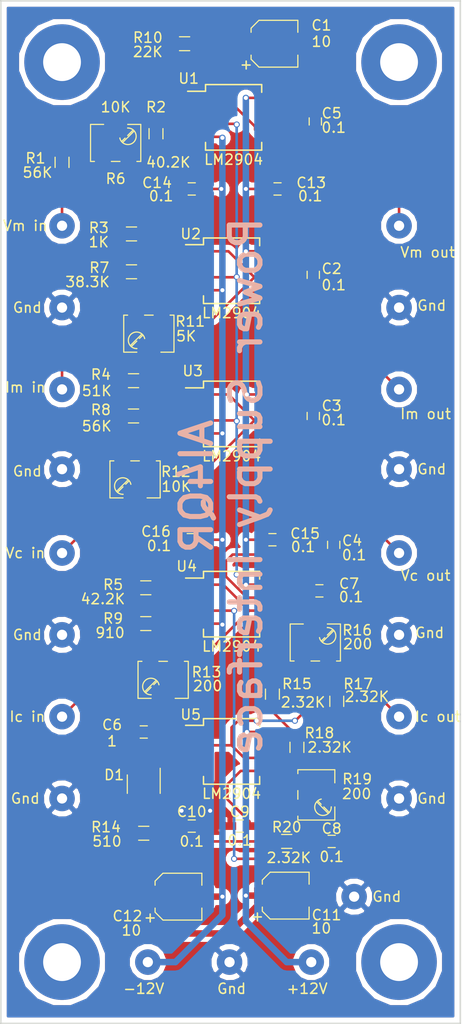
<source format=kicad_pcb>
(kicad_pcb (version 4) (host pcbnew 4.0.7-e2-6376~58~ubuntu16.04.1)
  (layers (0 F.Cu signal) (31 B.Cu signal) (34 B.Paste user) (35 F.Paste user) (36 B.SilkS user) (37 F.SilkS user) (38 B.Mask user) (39 F.Mask user) (44 Edge.Cuts user))
  (net 0 "")
  (net 1 "Net-(C1-Pad1)")
  (net 2 GND)
  (net 3 "Net-(C2-Pad1)")
  (net 4 "Net-(C3-Pad1)")
  (net 5 "Net-(C4-Pad1)")
  (net 6 "Net-(C5-Pad1)")
  (net 7 "Net-(C6-Pad1)")
  (net 8 VmBias)
  (net 9 ImBias)
  (net 10 /+2.5Vreference)
  (net 11 /-2.5Vreference)
  (net 12 +12V)
  (net 13 -12V)
  (net 14 "Net-(D1-Pad1)")
  (net 15 "Net-(D1-Pad2)")
  (net 16 "Net-(D1-Pad3)")
  (net 17 "Net-(J1-Pad1)")
  (net 18 "Net-(J3-Pad1)")
  (net 19 "Net-(J4-Pad1)")
  (net 20 "Net-(J5-Pad1)")
  (net 21 "Net-(R1-Pad1)")
  (net 22 "Net-(R2-Pad1)")
  (net 23 "Net-(R3-Pad1)")
  (net 24 "Net-(R4-Pad1)")
  (net 25 "Net-(R5-Pad1)")
  (net 26 "Net-(R10-Pad2)")
  (net 27 "Net-(R11-Pad3)")
  (net 28 "Net-(R12-Pad3)")
  (net 29 "Net-(R13-Pad3)")
  (net 30 "Net-(R11-Pad1)")
  (net 31 "Net-(R12-Pad1)")
  (net 32 "Net-(R13-Pad1)")
  (net 33 "Net-(R15-Pad2)")
  (net 34 "Net-(R16-Pad3)")
  (net 35 "Net-(R18-Pad2)")
  (net 36 "Net-(R19-Pad3)")
  (module Capacitors_SMD:CP_Elec_4x5.3 (layer F.Cu) (at 76.8 54.2)
    (fp_text reference C1 (at 4.6 -1.8) (layer F.SilkS))
    (fp_text value 10 (at 4.6 -0.2) (layer F.SilkS))
    (fp_text user + (at -2.77 2.01) (layer F.SilkS))
    (pad 1 smd rect (at -1.8 0 180) (size 2.6 1.6) (layers F.Cu F.Paste F.Mask) (net 1 "Net-(C1-Pad1)"))
    (pad 2 smd rect (at 1.8 0 180) (size 2.6 1.6) (layers F.Cu F.Paste F.Mask) (net 2 GND))
  )
  (module Capacitors_SMD:C_0603_HandSoldering (layer F.Cu) (at 80.6 76.8 90)
    (fp_text reference C2 (at 0.6 1.8 180) (layer F.SilkS))
    (fp_text value 0.1 (at -1 2 180) (layer F.SilkS))
    (pad 1 smd rect (at -0.95 0 90) (size 1.2 0.75) (layers F.Cu F.Paste F.Mask) (net 3 "Net-(C2-Pad1)"))
    (pad 2 smd rect (at 0.95 0 90) (size 1.2 0.75) (layers F.Cu F.Paste F.Mask) (net 2 GND))
  )
  (module Capacitors_SMD:C_0603_HandSoldering (layer F.Cu) (at 80.6 90.6 270)
    (fp_text reference C3 (at -1 -1.8 360) (layer F.SilkS))
    (fp_text value 0.1 (at 0.4 -2 360) (layer F.SilkS))
    (pad 1 smd rect (at -0.95 0 270) (size 1.2 0.75) (layers F.Cu F.Paste F.Mask) (net 4 "Net-(C3-Pad1)"))
    (pad 2 smd rect (at 0.95 0 270) (size 1.2 0.75) (layers F.Cu F.Paste F.Mask) (net 2 GND))
  )
  (module Capacitors_SMD:C_0603_HandSoldering (layer F.Cu) (at 82.6 103.2 90)
    (fp_text reference C4 (at 0.4 1.8 180) (layer F.SilkS))
    (fp_text value 0.1 (at -1 2 180) (layer F.SilkS))
    (pad 1 smd rect (at -0.95 0 90) (size 1.2 0.75) (layers F.Cu F.Paste F.Mask) (net 5 "Net-(C4-Pad1)"))
    (pad 2 smd rect (at 0.95 0 90) (size 1.2 0.75) (layers F.Cu F.Paste F.Mask) (net 2 GND))
  )
  (module Capacitors_SMD:C_0603_HandSoldering (layer F.Cu) (at 80.8 61.8 270)
    (fp_text reference C5 (at -0.8 -1.6 360) (layer F.SilkS))
    (fp_text value 0.1 (at 0.6 -1.8 360) (layer F.SilkS))
    (pad 1 smd rect (at -0.95 0 270) (size 1.2 0.75) (layers F.Cu F.Paste F.Mask) (net 6 "Net-(C5-Pad1)"))
    (pad 2 smd rect (at 0.95 0 270) (size 1.2 0.75) (layers F.Cu F.Paste F.Mask) (net 2 GND))
  )
  (module Capacitors_SMD:C_0603_HandSoldering (layer F.Cu) (at 64 121.5)
    (fp_text reference C6 (at -3.1 -0.7) (layer F.SilkS))
    (fp_text value 1 (at -3.1 0.9) (layer F.SilkS))
    (pad 1 smd rect (at -0.95 0) (size 1.2 0.75) (layers F.Cu F.Paste F.Mask) (net 7 "Net-(C6-Pad1)"))
    (pad 2 smd rect (at 0.95 0) (size 1.2 0.75) (layers F.Cu F.Paste F.Mask) (net 2 GND))
  )
  (module Capacitors_SMD:C_0603_HandSoldering (layer F.Cu) (at 81.2 107.7)
    (fp_text reference C7 (at 2.9 -0.7 180) (layer F.SilkS))
    (fp_text value 0.1 (at 3.1 0.6 180) (layer F.SilkS))
    (pad 1 smd rect (at -0.95 0) (size 1.2 0.75) (layers F.Cu F.Paste F.Mask) (net 8 VmBias))
    (pad 2 smd rect (at 0.95 0) (size 1.2 0.75) (layers F.Cu F.Paste F.Mask) (net 2 GND))
  )
  (module Capacitors_SMD:C_0603_HandSoldering (layer F.Cu) (at 82.4 132.2)
    (fp_text reference C8 (at 0 -1.25) (layer F.SilkS))
    (fp_text value 0.1 (at 0 1.5) (layer F.SilkS))
    (pad 1 smd rect (at -0.95 0) (size 1.2 0.75) (layers F.Cu F.Paste F.Mask) (net 9 ImBias))
    (pad 2 smd rect (at 0.95 0) (size 1.2 0.75) (layers F.Cu F.Paste F.Mask) (net 2 GND))
  )
  (module Capacitors_SMD:C_0603_HandSoldering (layer F.Cu) (at 73.4 130.7 180)
    (fp_text reference C9 (at 0 1.4 180) (layer F.SilkS))
    (fp_text value 0.1 (at 0 -1.4 180) (layer F.SilkS))
    (pad 1 smd rect (at -0.95 0 180) (size 1.2 0.75) (layers F.Cu F.Paste F.Mask) (net 10 /+2.5Vreference))
    (pad 2 smd rect (at 0.95 0 180) (size 1.2 0.75) (layers F.Cu F.Paste F.Mask) (net 2 GND))
  )
  (module Capacitors_SMD:C_0603_HandSoldering (layer F.Cu) (at 68.7 130.7)
    (fp_text reference C10 (at 0 -1.4) (layer F.SilkS))
    (fp_text value 0.1 (at 0 1.5) (layer F.SilkS))
    (pad 1 smd rect (at -0.95 0) (size 1.2 0.75) (layers F.Cu F.Paste F.Mask) (net 2 GND))
    (pad 2 smd rect (at 0.95 0) (size 1.2 0.75) (layers F.Cu F.Paste F.Mask) (net 11 /-2.5Vreference))
  )
  (module Capacitors_SMD:CP_Elec_4x5.3 (layer F.Cu) (at 77.9 137.5)
    (fp_text reference C11 (at 4 1.9) (layer F.SilkS))
    (fp_text value 10 (at 3.5 3.2) (layer F.SilkS))
    (fp_text user + (at -2.77 2.01) (layer F.SilkS))
    (pad 1 smd rect (at -1.8 0 180) (size 2.6 1.6) (layers F.Cu F.Paste F.Mask) (net 12 +12V))
    (pad 2 smd rect (at 1.8 0 180) (size 2.6 1.6) (layers F.Cu F.Paste F.Mask) (net 2 GND))
  )
  (module Capacitors_SMD:CP_Elec_4x5.3 (layer F.Cu) (at 67.4 137.6)
    (fp_text reference C12 (at -5 1.9) (layer F.SilkS))
    (fp_text value 10 (at -4.6 3.3) (layer F.SilkS))
    (fp_text user + (at -2.77 2.01) (layer F.SilkS))
    (pad 1 smd rect (at -1.8 0 180) (size 2.6 1.6) (layers F.Cu F.Paste F.Mask) (net 2 GND))
    (pad 2 smd rect (at 1.8 0 180) (size 2.6 1.6) (layers F.Cu F.Paste F.Mask) (net 13 -12V))
  )
  (module TO_SOT_Packages_SMD:SOT-23-5 (layer F.Cu) (at 64 126.6 270)
    (fp_text reference D1 (at -0.9 2.9 360) (layer F.SilkS))
    (fp_text value LM4030-2.5 hide)
    (pad 1 smd rect (at -1.1 -0.95 270) (size 1.06 0.65) (layers F.Cu F.Paste F.Mask) (net 14 "Net-(D1-Pad1)"))
    (pad 2 smd rect (at -1.1 0 270) (size 1.06 0.65) (layers F.Cu F.Paste F.Mask) (net 15 "Net-(D1-Pad2)"))
    (pad 3 smd rect (at -1.1 0.95 270) (size 1.06 0.65) (layers F.Cu F.Paste F.Mask) (net 16 "Net-(D1-Pad3)"))
    (pad 4 smd rect (at 1.1 0.95 270) (size 1.06 0.65) (layers F.Cu F.Paste F.Mask) (net 7 "Net-(C6-Pad1)"))
    (pad 5 smd rect (at 1.1 -0.95 270) (size 1.06 0.65) (layers F.Cu F.Paste F.Mask) (net 2 GND))
  )
  (module Wire_Pads:SolderWirePad_single_1mmDrill (layer F.Cu) (at 56 72)
    (fp_text reference J1 hide)
    (fp_text value "Vm in" (at -3.6 0) (layer F.SilkS))
    (pad 1 thru_hole circle (at 0 0) (size 2.49936 2.49936) (drill 1.00076) (layers *.Cu *.Mask) (net 17 "Net-(J1-Pad1)"))
  )
  (module Wire_Pads:SolderWirePad_single_1mmDrill (layer F.Cu) (at 72.4 144)
    (fp_text reference J2 hide)
    (fp_text value Gnd (at 0.2 2.6) (layer F.SilkS))
    (pad 1 thru_hole circle (at 0 0) (size 2.49936 2.49936) (drill 1.00076) (layers *.Cu *.Mask) (net 2 GND))
  )
  (module Wire_Pads:SolderWirePad_single_1mmDrill (layer F.Cu) (at 56 88)
    (fp_text reference J3 hide)
    (fp_text value "Im in" (at -3.6 -0.2) (layer F.SilkS))
    (pad 1 thru_hole circle (at 0 0) (size 2.49936 2.49936) (drill 1.00076) (layers *.Cu *.Mask) (net 18 "Net-(J3-Pad1)"))
  )
  (module Wire_Pads:SolderWirePad_single_1mmDrill (layer F.Cu) (at 56 104)
    (fp_text reference J4 hide)
    (fp_text value "Vc in" (at -3.6 0) (layer F.SilkS))
    (pad 1 thru_hole circle (at 0 0) (size 2.49936 2.49936) (drill 1.00076) (layers *.Cu *.Mask) (net 19 "Net-(J4-Pad1)"))
  )
  (module Wire_Pads:SolderWirePad_single_1mmDrill (layer F.Cu) (at 56 120)
    (fp_text reference J5 hide)
    (fp_text value "Ic in" (at -3.4 0) (layer F.SilkS))
    (pad 1 thru_hole circle (at 0 0) (size 2.49936 2.49936) (drill 1.00076) (layers *.Cu *.Mask) (net 20 "Net-(J5-Pad1)"))
  )
  (module Wire_Pads:SolderWirePad_single_1mmDrill (layer F.Cu) (at 89 88)
    (fp_text reference J6 hide)
    (fp_text value "Im out" (at 2.6 2.4) (layer F.SilkS))
    (pad 1 thru_hole circle (at 0 0) (size 2.49936 2.49936) (drill 1.00076) (layers *.Cu *.Mask) (net 3 "Net-(C2-Pad1)"))
  )
  (module Wire_Pads:SolderWirePad_single_1mmDrill (layer F.Cu) (at 89 104)
    (fp_text reference J7 hide)
    (fp_text value "Vc out" (at 2.6 2.2) (layer F.SilkS))
    (pad 1 thru_hole circle (at 0 0) (size 2.49936 2.49936) (drill 1.00076) (layers *.Cu *.Mask) (net 4 "Net-(C3-Pad1)"))
  )
  (module Wire_Pads:SolderWirePad_single_1mmDrill (layer F.Cu) (at 89 120)
    (fp_text reference J8 hide)
    (fp_text value "Ic out" (at 3.8 0) (layer F.SilkS))
    (pad 1 thru_hole circle (at 0 0) (size 2.49936 2.49936) (drill 1.00076) (layers *.Cu *.Mask) (net 5 "Net-(C4-Pad1)"))
  )
  (module Wire_Pads:SolderWirePad_single_1mmDrill (layer F.Cu) (at 89 72)
    (fp_text reference J9 hide)
    (fp_text value "Vm out" (at 2.8 2.6) (layer F.SilkS))
    (pad 1 thru_hole circle (at 0 0) (size 2.49936 2.49936) (drill 1.00076) (layers *.Cu *.Mask) (net 6 "Net-(C5-Pad1)"))
  )
  (module Wire_Pads:SolderWirePad_single_1mmDrill (layer F.Cu) (at 84.6 137.6)
    (fp_text reference J10 hide)
    (fp_text value Gnd (at 3.2 0) (layer F.SilkS))
    (pad 1 thru_hole circle (at 0 0) (size 2.49936 2.49936) (drill 1.00076) (layers *.Cu *.Mask) (net 2 GND))
  )
  (module Wire_Pads:SolderWirePad_single_1mmDrill (layer F.Cu) (at 56 80)
    (fp_text reference J11 hide)
    (fp_text value Gnd (at -3.4 0) (layer F.SilkS))
    (pad 1 thru_hole circle (at 0 0) (size 2.49936 2.49936) (drill 1.00076) (layers *.Cu *.Mask) (net 2 GND))
  )
  (module Wire_Pads:SolderWirePad_single_1mmDrill (layer F.Cu) (at 89 80)
    (fp_text reference J12 hide)
    (fp_text value Gnd (at 3.2 -0.2) (layer F.SilkS))
    (pad 1 thru_hole circle (at 0 0) (size 2.49936 2.49936) (drill 1.00076) (layers *.Cu *.Mask) (net 2 GND))
  )
  (module Wire_Pads:SolderWirePad_single_1mmDrill (layer F.Cu) (at 56 95.8)
    (fp_text reference J13 hide)
    (fp_text value Gnd (at -3.4 0.2) (layer F.SilkS))
    (pad 1 thru_hole circle (at 0 0) (size 2.49936 2.49936) (drill 1.00076) (layers *.Cu *.Mask) (net 2 GND))
  )
  (module Wire_Pads:SolderWirePad_single_1mmDrill (layer F.Cu) (at 89 95.8)
    (fp_text reference J14 hide)
    (fp_text value Gnd (at 3.2 0) (layer F.SilkS))
    (pad 1 thru_hole circle (at 0 0) (size 2.49936 2.49936) (drill 1.00076) (layers *.Cu *.Mask) (net 2 GND))
  )
  (module Wire_Pads:SolderWirePad_single_1mmDrill (layer F.Cu) (at 56 112)
    (fp_text reference J15 hide)
    (fp_text value Gnd (at -3.4 0) (layer F.SilkS))
    (pad 1 thru_hole circle (at 0 0) (size 2.49936 2.49936) (drill 1.00076) (layers *.Cu *.Mask) (net 2 GND))
  )
  (module Wire_Pads:SolderWirePad_single_1mmDrill (layer F.Cu) (at 89 112)
    (fp_text reference J16 hide)
    (fp_text value Gnd (at 3 -0.2) (layer F.SilkS))
    (pad 1 thru_hole circle (at 0 0) (size 2.49936 2.49936) (drill 1.00076) (layers *.Cu *.Mask) (net 2 GND))
  )
  (module Wire_Pads:SolderWirePad_single_1mmDrill (layer F.Cu) (at 56 128)
    (fp_text reference J17 hide)
    (fp_text value Gnd (at -3.6 0) (layer F.SilkS))
    (pad 1 thru_hole circle (at 0 0) (size 2.49936 2.49936) (drill 1.00076) (layers *.Cu *.Mask) (net 2 GND))
  )
  (module Wire_Pads:SolderWirePad_single_1mmDrill (layer F.Cu) (at 80.4 144)
    (fp_text reference J18 hide)
    (fp_text value +12V (at -0.4 2.6) (layer F.SilkS))
    (pad 1 thru_hole circle (at 0 0) (size 2.49936 2.49936) (drill 1.00076) (layers *.Cu *.Mask) (net 12 +12V))
  )
  (module Wire_Pads:SolderWirePad_single_1mmDrill (layer F.Cu) (at 64.4 144)
    (fp_text reference J19 hide)
    (fp_text value -12V (at -0.4 2.6) (layer F.SilkS))
    (pad 1 thru_hole circle (at 0 0) (size 2.49936 2.49936) (drill 1.00076) (layers *.Cu *.Mask) (net 13 -12V))
  )
  (module Resistors_SMD:R_0603_HandSoldering (layer F.Cu) (at 56 65.8 270)
    (fp_text reference R1 (at -0.4 2.6 360) (layer F.SilkS))
    (fp_text value 56K (at 1 2.4 360) (layer F.SilkS))
    (pad 1 smd rect (at -1.1 0 270) (size 1.2 0.9) (layers F.Cu F.Paste F.Mask) (net 21 "Net-(R1-Pad1)"))
    (pad 2 smd rect (at 1.1 0 270) (size 1.2 0.9) (layers F.Cu F.Paste F.Mask) (net 17 "Net-(J1-Pad1)"))
  )
  (module Resistors_SMD:R_0603_HandSoldering (layer F.Cu) (at 65.2 63 90)
    (fp_text reference R2 (at 2.6 0 180) (layer F.SilkS))
    (fp_text value 40.2K (at -2.8 1.2 180) (layer F.SilkS))
    (pad 1 smd rect (at -1.1 0 90) (size 1.2 0.9) (layers F.Cu F.Paste F.Mask) (net 22 "Net-(R2-Pad1)"))
    (pad 2 smd rect (at 1.1 0 90) (size 1.2 0.9) (layers F.Cu F.Paste F.Mask) (net 21 "Net-(R1-Pad1)"))
  )
  (module Resistors_SMD:R_0603_HandSoldering (layer F.Cu) (at 62.8 72.8 180)
    (fp_text reference R3 (at 3.2 0.6 180) (layer F.SilkS))
    (fp_text value 1K (at 3.2 -0.8 180) (layer F.SilkS))
    (pad 1 smd rect (at -1.1 0 180) (size 1.2 0.9) (layers F.Cu F.Paste F.Mask) (net 23 "Net-(R3-Pad1)"))
    (pad 2 smd rect (at 1.1 0 180) (size 1.2 0.9) (layers F.Cu F.Paste F.Mask) (net 18 "Net-(J3-Pad1)"))
  )
  (module Resistors_SMD:R_0603_HandSoldering (layer F.Cu) (at 63 87.15 180)
    (fp_text reference R4 (at 3.2 0.6 180) (layer F.SilkS))
    (fp_text value 51K (at 3.6 -1 180) (layer F.SilkS))
    (pad 1 smd rect (at -1.1 0 180) (size 1.2 0.9) (layers F.Cu F.Paste F.Mask) (net 24 "Net-(R4-Pad1)"))
    (pad 2 smd rect (at 1.1 0 180) (size 1.2 0.9) (layers F.Cu F.Paste F.Mask) (net 19 "Net-(J4-Pad1)"))
  )
  (module Resistors_SMD:R_0603_HandSoldering (layer F.Cu) (at 64.2 107.4 180)
    (fp_text reference R5 (at 3.2 0.3 180) (layer F.SilkS))
    (fp_text value 42.2K (at 4.2 -1.1 180) (layer F.SilkS))
    (pad 1 smd rect (at -1.1 0 180) (size 1.2 0.9) (layers F.Cu F.Paste F.Mask) (net 25 "Net-(R5-Pad1)"))
    (pad 2 smd rect (at 1.1 0 180) (size 1.2 0.9) (layers F.Cu F.Paste F.Mask) (net 20 "Net-(J5-Pad1)"))
  )
  (module Resistors_SMD:R_0603_HandSoldering (layer F.Cu) (at 62.8 76.5)
    (fp_text reference R7 (at -3.15 -0.4) (layer F.SilkS))
    (fp_text value 38.3K (at -4.3 1) (layer F.SilkS))
    (pad 1 smd rect (at -1.1 0) (size 1.2 0.9) (layers F.Cu F.Paste F.Mask) (net 27 "Net-(R11-Pad3)"))
    (pad 2 smd rect (at 1.1 0) (size 1.2 0.9) (layers F.Cu F.Paste F.Mask) (net 23 "Net-(R3-Pad1)"))
  )
  (module Resistors_SMD:R_0603_HandSoldering (layer F.Cu) (at 63 90.6)
    (fp_text reference R8 (at -3.2 -0.6) (layer F.SilkS))
    (fp_text value 56K (at -3.6 1) (layer F.SilkS))
    (pad 1 smd rect (at -1.1 0) (size 1.2 0.9) (layers F.Cu F.Paste F.Mask) (net 28 "Net-(R12-Pad3)"))
    (pad 2 smd rect (at 1.1 0) (size 1.2 0.9) (layers F.Cu F.Paste F.Mask) (net 24 "Net-(R4-Pad1)"))
  )
  (module Resistors_SMD:R_0603_HandSoldering (layer F.Cu) (at 64.2 110.9)
    (fp_text reference R9 (at -3.2 -0.5) (layer F.SilkS))
    (fp_text value 910 (at -3.5 0.9) (layer F.SilkS))
    (pad 1 smd rect (at -1.1 0) (size 1.2 0.9) (layers F.Cu F.Paste F.Mask) (net 29 "Net-(R13-Pad3)"))
    (pad 2 smd rect (at 1.1 0) (size 1.2 0.9) (layers F.Cu F.Paste F.Mask) (net 25 "Net-(R5-Pad1)"))
  )
  (module Resistors_SMD:R_0603_HandSoldering (layer F.Cu) (at 68 54.2 180)
    (fp_text reference R10 (at 3.6 0.6 180) (layer F.SilkS))
    (fp_text value 22K (at 3.6 -0.8 180) (layer F.SilkS))
    (pad 1 smd rect (at -1.1 0 180) (size 1.2 0.9) (layers F.Cu F.Paste F.Mask) (net 1 "Net-(C1-Pad1)"))
    (pad 2 smd rect (at 1.1 0 180) (size 1.2 0.9) (layers F.Cu F.Paste F.Mask) (net 26 "Net-(R10-Pad2)"))
  )
  (module Resistors_SMD:R_0603_HandSoldering (layer F.Cu) (at 64 131.4 180)
    (fp_text reference R14 (at 3.7 0.6 180) (layer F.SilkS))
    (fp_text value 510 (at 3.6 -0.8 180) (layer F.SilkS))
    (pad 1 smd rect (at -1.1 0 180) (size 1.2 0.9) (layers F.Cu F.Paste F.Mask) (net 12 +12V))
    (pad 2 smd rect (at 1.1 0 180) (size 1.2 0.9) (layers F.Cu F.Paste F.Mask) (net 7 "Net-(C6-Pad1)"))
  )
  (module Resistors_SMD:R_0603_HandSoldering (layer F.Cu) (at 76.6 117.8 90)
    (fp_text reference R15 (at 1 2.4 180) (layer F.SilkS))
    (fp_text value 2.32K (at -0.8 3 180) (layer F.SilkS))
    (pad 1 smd rect (at -1.1 0 90) (size 1.2 0.9) (layers F.Cu F.Paste F.Mask) (net 10 /+2.5Vreference))
    (pad 2 smd rect (at 1.1 0 90) (size 1.2 0.9) (layers F.Cu F.Paste F.Mask) (net 33 "Net-(R15-Pad2)"))
  )
  (module Resistors_SMD:R_0603_HandSoldering (layer F.Cu) (at 82.9 118.5 270)
    (fp_text reference R17 (at -1.7 -2.1 360) (layer F.SilkS))
    (fp_text value 2.32K (at -0.45 -2.95 360) (layer F.SilkS))
    (pad 1 smd rect (at -1.1 0 270) (size 1.2 0.9) (layers F.Cu F.Paste F.Mask) (net 34 "Net-(R16-Pad3)"))
    (pad 2 smd rect (at 1.1 0 270) (size 1.2 0.9) (layers F.Cu F.Paste F.Mask) (net 11 /-2.5Vreference))
  )
  (module Resistors_SMD:R_0603_HandSoldering (layer F.Cu) (at 79 123 270)
    (fp_text reference R18 (at -1.4 -2.2 360) (layer F.SilkS))
    (fp_text value 2.32K (at 0 -3.2 360) (layer F.SilkS))
    (pad 1 smd rect (at -1.1 0 270) (size 1.2 0.9) (layers F.Cu F.Paste F.Mask) (net 10 /+2.5Vreference))
    (pad 2 smd rect (at 1.1 0 270) (size 1.2 0.9) (layers F.Cu F.Paste F.Mask) (net 35 "Net-(R18-Pad2)"))
  )
  (module Resistors_SMD:R_0603_HandSoldering (layer F.Cu) (at 78 132.2 180)
    (fp_text reference R20 (at 0 1.4 180) (layer F.SilkS))
    (fp_text value 2.32K (at -0.2 -1.6 180) (layer F.SilkS))
    (pad 1 smd rect (at -1.1 0 180) (size 1.2 0.9) (layers F.Cu F.Paste F.Mask) (net 36 "Net-(R19-Pad3)"))
    (pad 2 smd rect (at 1.1 0 180) (size 1.2 0.9) (layers F.Cu F.Paste F.Mask) (net 11 /-2.5Vreference))
  )
  (module Housings_SOIC:SO-8_5.3x6.2mm_Pitch1.27mm (layer F.Cu) (at 72.8 61.4)
    (fp_text reference U1 (at -4.4 -3.8) (layer F.SilkS))
    (fp_text value LM2904 (at 0 4.13) (layer F.SilkS))
    (pad 1 smd rect (at -3.7 -1.905) (size 1.75 0.55) (layers F.Cu F.Paste F.Mask) (net 26 "Net-(R10-Pad2)"))
    (pad 2 smd rect (at -3.7 -0.635) (size 1.75 0.55) (layers F.Cu F.Paste F.Mask) (net 21 "Net-(R1-Pad1)"))
    (pad 3 smd rect (at -3.7 0.635) (size 1.75 0.55) (layers F.Cu F.Paste F.Mask) (net 8 VmBias))
    (pad 4 smd rect (at -3.7 1.905) (size 1.75 0.55) (layers F.Cu F.Paste F.Mask) (net 13 -12V))
    (pad 5 smd rect (at 3.7 1.905) (size 1.75 0.55) (layers F.Cu F.Paste F.Mask) (net 1 "Net-(C1-Pad1)"))
    (pad 6 smd rect (at 3.7 0.635) (size 1.75 0.55) (layers F.Cu F.Paste F.Mask) (net 6 "Net-(C5-Pad1)"))
    (pad 7 smd rect (at 3.7 -0.635) (size 1.75 0.55) (layers F.Cu F.Paste F.Mask) (net 6 "Net-(C5-Pad1)"))
    (pad 8 smd rect (at 3.7 -1.905) (size 1.75 0.55) (layers F.Cu F.Paste F.Mask) (net 12 +12V))
  )
  (module Housings_SOIC:SO-8_5.3x6.2mm_Pitch1.27mm (layer F.Cu) (at 72.6 76.4)
    (fp_text reference U2 (at -4 -3.6) (layer F.SilkS))
    (fp_text value LM2904 (at 0 4.13) (layer F.SilkS))
    (pad 1 smd rect (at -3.7 -1.905) (size 1.75 0.55) (layers F.Cu F.Paste F.Mask) (net 30 "Net-(R11-Pad1)"))
    (pad 2 smd rect (at -3.7 -0.635) (size 1.75 0.55) (layers F.Cu F.Paste F.Mask) (net 23 "Net-(R3-Pad1)"))
    (pad 3 smd rect (at -3.7 0.635) (size 1.75 0.55) (layers F.Cu F.Paste F.Mask) (net 8 VmBias))
    (pad 4 smd rect (at -3.7 1.905) (size 1.75 0.55) (layers F.Cu F.Paste F.Mask) (net 13 -12V))
    (pad 5 smd rect (at 3.7 1.905) (size 1.75 0.55) (layers F.Cu F.Paste F.Mask) (net 3 "Net-(C2-Pad1)"))
    (pad 6 smd rect (at 3.7 0.635) (size 1.75 0.55) (layers F.Cu F.Paste F.Mask) (net 30 "Net-(R11-Pad1)"))
    (pad 7 smd rect (at 3.7 -0.635) (size 1.75 0.55) (layers F.Cu F.Paste F.Mask) (net 3 "Net-(C2-Pad1)"))
    (pad 8 smd rect (at 3.7 -1.905) (size 1.75 0.55) (layers F.Cu F.Paste F.Mask) (net 12 +12V))
  )
  (module Housings_SOIC:SO-8_5.3x6.2mm_Pitch1.27mm (layer F.Cu) (at 72.6 90.4)
    (fp_text reference U3 (at -3.8 -4.2) (layer F.SilkS))
    (fp_text value LM2904 (at 0 4.13) (layer F.SilkS))
    (pad 1 smd rect (at -3.7 -1.905) (size 1.75 0.55) (layers F.Cu F.Paste F.Mask) (net 31 "Net-(R12-Pad1)"))
    (pad 2 smd rect (at -3.7 -0.635) (size 1.75 0.55) (layers F.Cu F.Paste F.Mask) (net 24 "Net-(R4-Pad1)"))
    (pad 3 smd rect (at -3.7 0.635) (size 1.75 0.55) (layers F.Cu F.Paste F.Mask) (net 8 VmBias))
    (pad 4 smd rect (at -3.7 1.905) (size 1.75 0.55) (layers F.Cu F.Paste F.Mask) (net 13 -12V))
    (pad 5 smd rect (at 3.7 1.905) (size 1.75 0.55) (layers F.Cu F.Paste F.Mask) (net 4 "Net-(C3-Pad1)"))
    (pad 6 smd rect (at 3.7 0.635) (size 1.75 0.55) (layers F.Cu F.Paste F.Mask) (net 31 "Net-(R12-Pad1)"))
    (pad 7 smd rect (at 3.7 -0.635) (size 1.75 0.55) (layers F.Cu F.Paste F.Mask) (net 4 "Net-(C3-Pad1)"))
    (pad 8 smd rect (at 3.7 -1.905) (size 1.75 0.55) (layers F.Cu F.Paste F.Mask) (net 12 +12V))
  )
  (module Housings_SOIC:SO-8_5.3x6.2mm_Pitch1.27mm (layer F.Cu) (at 72.6 109)
    (fp_text reference U4 (at -4.4 -3.7) (layer F.SilkS))
    (fp_text value LM2904 (at 0 4.13) (layer F.SilkS))
    (pad 1 smd rect (at -3.7 -1.905) (size 1.75 0.55) (layers F.Cu F.Paste F.Mask) (net 32 "Net-(R13-Pad1)"))
    (pad 2 smd rect (at -3.7 -0.635) (size 1.75 0.55) (layers F.Cu F.Paste F.Mask) (net 25 "Net-(R5-Pad1)"))
    (pad 3 smd rect (at -3.7 0.635) (size 1.75 0.55) (layers F.Cu F.Paste F.Mask) (net 9 ImBias))
    (pad 4 smd rect (at -3.7 1.905) (size 1.75 0.55) (layers F.Cu F.Paste F.Mask) (net 13 -12V))
    (pad 5 smd rect (at 3.7 1.905) (size 1.75 0.55) (layers F.Cu F.Paste F.Mask) (net 5 "Net-(C4-Pad1)"))
    (pad 6 smd rect (at 3.7 0.635) (size 1.75 0.55) (layers F.Cu F.Paste F.Mask) (net 32 "Net-(R13-Pad1)"))
    (pad 7 smd rect (at 3.7 -0.635) (size 1.75 0.55) (layers F.Cu F.Paste F.Mask) (net 5 "Net-(C4-Pad1)"))
    (pad 8 smd rect (at 3.7 -1.905) (size 1.75 0.55) (layers F.Cu F.Paste F.Mask) (net 12 +12V))
  )
  (module Housings_SOIC:SO-8_5.3x6.2mm_Pitch1.27mm (layer F.Cu) (at 72.6 123.4)
    (fp_text reference U5 (at -4 -3.6) (layer F.SilkS))
    (fp_text value LM2904 (at 0 4.13) (layer F.SilkS))
    (pad 1 smd rect (at -3.7 -1.905) (size 1.75 0.55) (layers F.Cu F.Paste F.Mask) (net 11 /-2.5Vreference))
    (pad 2 smd rect (at -3.7 -0.635) (size 1.75 0.55) (layers F.Cu F.Paste F.Mask) (net 11 /-2.5Vreference))
    (pad 3 smd rect (at -3.7 0.635) (size 1.75 0.55) (layers F.Cu F.Paste F.Mask) (net 7 "Net-(C6-Pad1)"))
    (pad 4 smd rect (at -3.7 1.905) (size 1.75 0.55) (layers F.Cu F.Paste F.Mask) (net 2 GND))
    (pad 5 smd rect (at 3.7 1.905) (size 1.75 0.55) (layers F.Cu F.Paste F.Mask) (net 10 /+2.5Vreference))
    (pad 6 smd rect (at 3.7 0.635) (size 1.75 0.55) (layers F.Cu F.Paste F.Mask) (net 11 /-2.5Vreference))
    (pad 7 smd rect (at 3.7 -0.635) (size 1.75 0.55) (layers F.Cu F.Paste F.Mask) (net 10 /+2.5Vreference))
    (pad 8 smd rect (at 3.7 -1.905) (size 1.75 0.55) (layers F.Cu F.Paste F.Mask) (net 12 +12V))
  )
  (module Wire_Pads:SolderWirePad_single_1mmDrill (layer F.Cu) (at 89 128)
    (fp_text reference J20 hide)
    (fp_text value Gnd (at 3.2 0) (layer F.SilkS))
    (pad 1 thru_hole circle (at 0 0) (size 2.49936 2.49936) (drill 1.00076) (layers *.Cu *.Mask) (net 2 GND))
  )
  (module Mounting_Holes:MountingHole_3.7mm_Pad (layer F.Cu) (at 89 56)
    (fp_text reference REF** hide)
    (fp_text value MountingHole_3.7mm_Pad hide)
    (pad 1 thru_hole circle (at 0 0) (size 7.4 7.4) (drill 3.7) (layers *.Cu *.Mask))
  )
  (module Mounting_Holes:MountingHole_3.7mm_Pad (layer F.Cu) (at 56 56)
    (fp_text reference REF** hide)
    (fp_text value MountingHole_3.7mm_Pad hide)
    (pad 1 thru_hole circle (at 0 0) (size 7.4 7.4) (drill 3.7) (layers *.Cu *.Mask))
  )
  (module Mounting_Holes:MountingHole_3.7mm_Pad (layer F.Cu) (at 89 144)
    (fp_text reference REF** hide)
    (fp_text value MountingHole_3.7mm_Pad hide)
    (pad 1 thru_hole circle (at 0 0) (size 7.4 7.4) (drill 3.7) (layers *.Cu *.Mask))
  )
  (module Mounting_Holes:MountingHole_3.7mm_Pad (layer F.Cu) (at 56 144)
    (fp_text reference REF** hide)
    (fp_text value MountingHole_3.7mm_Pad hide)
    (pad 1 thru_hole circle (at 0 0) (size 7.4 7.4) (drill 3.7) (layers *.Cu *.Mask))
  )
  (module Capacitors_SMD:C_0603_HandSoldering (layer F.Cu) (at 77.1 68.4)
    (fp_text reference C13 (at 3.3 -0.6) (layer F.SilkS))
    (fp_text value 0.1 (at 3.2 0.7) (layer F.SilkS))
    (pad 1 smd rect (at -0.95 0) (size 1.2 0.75) (layers F.Cu F.Paste F.Mask) (net 12 +12V))
    (pad 2 smd rect (at 0.95 0) (size 1.2 0.75) (layers F.Cu F.Paste F.Mask) (net 2 GND))
  )
  (module Capacitors_SMD:C_0603_HandSoldering (layer F.Cu) (at 68.7 68.4)
    (fp_text reference C14 (at -3.4 -0.6) (layer F.SilkS))
    (fp_text value 0.1 (at -3 0.7) (layer F.SilkS))
    (pad 1 smd rect (at -0.95 0) (size 1.2 0.75) (layers F.Cu F.Paste F.Mask) (net 2 GND))
    (pad 2 smd rect (at 0.95 0) (size 1.2 0.75) (layers F.Cu F.Paste F.Mask) (net 13 -12V))
  )
  (module Capacitors_SMD:C_0603_HandSoldering (layer F.Cu) (at 76.6 102.7)
    (fp_text reference C15 (at 3.2 -0.6) (layer F.SilkS))
    (fp_text value 0.1 (at 3 0.7) (layer F.SilkS))
    (pad 1 smd rect (at -0.95 0) (size 1.2 0.75) (layers F.Cu F.Paste F.Mask) (net 12 +12V))
    (pad 2 smd rect (at 0.95 0) (size 1.2 0.75) (layers F.Cu F.Paste F.Mask) (net 2 GND))
  )
  (module Capacitors_SMD:C_0603_HandSoldering (layer F.Cu) (at 68.6 102.7)
    (fp_text reference C16 (at -3.4 -0.8) (layer F.SilkS))
    (fp_text value 0.1 (at -3.1 0.6) (layer F.SilkS))
    (pad 1 smd rect (at -0.95 0) (size 1.2 0.75) (layers F.Cu F.Paste F.Mask) (net 2 GND))
    (pad 2 smd rect (at 0.95 0) (size 1.2 0.75) (layers F.Cu F.Paste F.Mask) (net 13 -12V))
  )
  (module Potentiometers:Potentiometer_Trimmer_Bourns_3224W (layer F.Cu) (at 61.25 63.9 180)
    (fp_text reference R6 (at 0 -3.5 180) (layer F.SilkS))
    (fp_text value 10K (at 0 3.5 180) (layer F.SilkS))
    (pad 1 smd rect (at 1.25 -1.45 180) (size 1.3 1.6) (layers F.Cu F.Mask) (net 26 "Net-(R10-Pad2)"))
    (pad 2 smd rect (at 0 1.45 180) (size 2 1.6) (layers F.Cu F.Mask) (net 26 "Net-(R10-Pad2)"))
    (pad 3 smd rect (at -1.25 -1.45 180) (size 1.3 1.6) (layers F.Cu F.Mask) (net 22 "Net-(R2-Pad1)"))
  )
  (module Potentiometers:Potentiometer_Trimmer_Bourns_3224W (layer F.Cu) (at 64.5 82.55)
    (fp_text reference R11 (at 4.05 -1.2) (layer F.SilkS))
    (fp_text value 5K (at 3.65 0.25) (layer F.SilkS))
    (pad 1 smd rect (at 1.25 -1.45) (size 1.3 1.6) (layers F.Cu F.Mask) (net 30 "Net-(R11-Pad1)"))
    (pad 2 smd rect (at 0 1.45) (size 2 1.6) (layers F.Cu F.Mask) (net 30 "Net-(R11-Pad1)"))
    (pad 3 smd rect (at -1.25 -1.45) (size 1.3 1.6) (layers F.Cu F.Mask) (net 27 "Net-(R11-Pad3)"))
  )
  (module Potentiometers:Potentiometer_Trimmer_Bourns_3224W (layer F.Cu) (at 63.15 96.8)
    (fp_text reference R12 (at 4 -0.75) (layer F.SilkS))
    (fp_text value 10K (at 4.05 0.7) (layer F.SilkS))
    (pad 1 smd rect (at 1.25 -1.45) (size 1.3 1.6) (layers F.Cu F.Mask) (net 31 "Net-(R12-Pad1)"))
    (pad 2 smd rect (at 0 1.45) (size 2 1.6) (layers F.Cu F.Mask) (net 31 "Net-(R12-Pad1)"))
    (pad 3 smd rect (at -1.25 -1.45) (size 1.3 1.6) (layers F.Cu F.Mask) (net 28 "Net-(R12-Pad3)"))
  )
  (module Potentiometers:Potentiometer_Trimmer_Bourns_3224W (layer F.Cu) (at 65.9 116.4)
    (fp_text reference R13 (at 4.25 -0.75) (layer F.SilkS))
    (fp_text value 200 (at 4.35 0.6) (layer F.SilkS))
    (pad 1 smd rect (at 1.25 -1.45) (size 1.3 1.6) (layers F.Cu F.Mask) (net 32 "Net-(R13-Pad1)"))
    (pad 2 smd rect (at 0 1.45) (size 2 1.6) (layers F.Cu F.Mask) (net 32 "Net-(R13-Pad1)"))
    (pad 3 smd rect (at -1.25 -1.45) (size 1.3 1.6) (layers F.Cu F.Mask) (net 29 "Net-(R13-Pad3)"))
  )
  (module Potentiometers:Potentiometer_Trimmer_Bourns_3224W (layer F.Cu) (at 80.8 112.75 180)
    (fp_text reference R16 (at -4.1 1.2 180) (layer F.SilkS))
    (fp_text value 200 (at -4.15 -0.15 180) (layer F.SilkS))
    (pad 1 smd rect (at 1.25 -1.45 180) (size 1.3 1.6) (layers F.Cu F.Mask) (net 33 "Net-(R15-Pad2)"))
    (pad 2 smd rect (at 0 1.45 180) (size 2 1.6) (layers F.Cu F.Mask) (net 8 VmBias))
    (pad 3 smd rect (at -1.25 -1.45 180) (size 1.3 1.6) (layers F.Cu F.Mask) (net 34 "Net-(R16-Pad3)"))
  )
  (module Potentiometers:Potentiometer_Trimmer_Bourns_3224W (layer F.Cu) (at 80.9 127.65 90)
    (fp_text reference R19 (at 1.55 4 180) (layer F.SilkS))
    (fp_text value 200 (at 0.1 3.95 180) (layer F.SilkS))
    (pad 1 smd rect (at 1.25 -1.45 90) (size 1.3 1.6) (layers F.Cu F.Mask) (net 35 "Net-(R18-Pad2)"))
    (pad 2 smd rect (at 0 1.45 90) (size 2 1.6) (layers F.Cu F.Mask) (net 9 ImBias))
    (pad 3 smd rect (at -1.25 -1.45 90) (size 1.3 1.6) (layers F.Cu F.Mask) (net 36 "Net-(R19-Pad3)"))
  )
  (gr_text "AI4QR\nPower Supply Interface" (at 71.6 97.5 90) (layer B.SilkS) (effects (font (size 3 3) (thickness 0.5)) (justify mirror)))
  (gr_line (start 95 150) (end 50 150) (angle 90) (layer Edge.Cuts) (width 0.15))
  (gr_line (start 95 50) (end 95 150) (angle 90) (layer Edge.Cuts) (width 0.15))
  (gr_line (start 50 50) (end 95 50) (angle 90) (layer Edge.Cuts) (width 0.15))
  (gr_line (start 50 150) (end 50 50) (angle 90) (layer Edge.Cuts) (width 0.15))
  (segment (start 69.1 54.2) (end 75 54.2) (width 0.254) (layer F.Cu) (net 1))
  (segment (start 75 54.2) (end 72.8 56.4) (width 0.254) (layer F.Cu) (net 1))
  (segment (start 72.8 56.4) (end 72.8 60.2) (width 0.254) (layer F.Cu) (net 1))
  (segment (start 72.8 60.2) (end 74.9 62.3) (width 0.254) (layer F.Cu) (net 1))
  (segment (start 74.9 62.3) (end 74.9 62.6) (width 0.254) (layer F.Cu) (net 1))
  (segment (start 74.9 62.6) (end 75.605 63.305) (width 0.254) (layer F.Cu) (net 1))
  (segment (start 75.605 63.305) (end 76.5 63.305) (width 0.254) (layer F.Cu) (net 1))
  (segment (start 72.45 130.7) (end 72 130.7) (width 0.635) (layer F.Cu) (net 2))
  (segment (start 72 130.7) (end 70.5 129.2) (width 0.635) (layer F.Cu) (net 2))
  (via (at 70.5 129.2) (size 0.6) (drill 0.4) (layers F.Cu B.Cu) (net 2))
  (segment (start 70.5 129.2) (end 67.7 129.2) (width 0.635) (layer B.Cu) (net 2))
  (via (at 67.7 129.2) (size 0.6) (drill 0.4) (layers F.Cu B.Cu) (net 2))
  (segment (start 67.7 129.2) (end 67.75 129.25) (width 0.635) (layer F.Cu) (net 2))
  (segment (start 67.75 129.25) (end 67.75 130.7) (width 0.635) (layer F.Cu) (net 2))
  (segment (start 80.6 77.75) (end 80.6 79.6) (width 0.254) (layer F.Cu) (net 3))
  (segment (start 80.6 79.6) (end 89 88) (width 0.254) (layer F.Cu) (net 3))
  (segment (start 78.85 77.75) (end 80.6 77.75) (width 0.254) (layer F.Cu) (net 3))
  (segment (start 76.3 75.765) (end 77.865 75.765) (width 0.254) (layer F.Cu) (net 3))
  (segment (start 78.295 78.305) (end 76.3 78.305) (width 0.254) (layer F.Cu) (net 3))
  (segment (start 78.9 77.7) (end 78.85 77.75) (width 0.254) (layer F.Cu) (net 3))
  (segment (start 78.85 77.75) (end 78.295 78.305) (width 0.254) (layer F.Cu) (net 3))
  (segment (start 78.9 76.8) (end 78.9 77.7) (width 0.254) (layer F.Cu) (net 3))
  (segment (start 77.865 75.765) (end 78.9 76.8) (width 0.254) (layer F.Cu) (net 3))
  (segment (start 80.6 89.65) (end 81.45 89.65) (width 0.254) (layer F.Cu) (net 4))
  (segment (start 85.3 100.3) (end 89 104) (width 0.254) (layer F.Cu) (net 4))
  (segment (start 85.3 93.5) (end 85.3 100.3) (width 0.254) (layer F.Cu) (net 4))
  (segment (start 81.45 89.65) (end 85.3 93.5) (width 0.254) (layer F.Cu) (net 4))
  (segment (start 76.3 92.305) (end 77.495 92.305) (width 0.254) (layer F.Cu) (net 4))
  (segment (start 78.4 91.4) (end 78.4 89.65) (width 0.254) (layer F.Cu) (net 4))
  (segment (start 77.495 92.305) (end 78.4 91.4) (width 0.254) (layer F.Cu) (net 4))
  (segment (start 80.6 89.65) (end 78.4 89.65) (width 0.254) (layer F.Cu) (net 4))
  (segment (start 78.4 89.65) (end 76.415 89.65) (width 0.254) (layer F.Cu) (net 4))
  (segment (start 76.415 89.65) (end 76.3 89.765) (width 0.254) (layer F.Cu) (net 4))
  (segment (start 76.3 108.365) (end 74.115 108.365) (width 0.254) (layer F.Cu) (net 5))
  (segment (start 72.7 104.15) (end 82.6 104.15) (width 0.254) (layer F.Cu) (net 5))
  (segment (start 72.05 104.8) (end 72.7 104.15) (width 0.254) (layer F.Cu) (net 5))
  (segment (start 72.05 106.3) (end 72.05 104.8) (width 0.254) (layer F.Cu) (net 5))
  (segment (start 74.115 108.365) (end 72.05 106.3) (width 0.254) (layer F.Cu) (net 5))
  (segment (start 84.5 111.8) (end 84.5 115.5) (width 0.254) (layer F.Cu) (net 5))
  (segment (start 84.5 106.05) (end 82.6 104.15) (width 0.254) (layer F.Cu) (net 5))
  (segment (start 84.5 111.8) (end 84.5 106.05) (width 0.254) (layer F.Cu) (net 5))
  (segment (start 84.5 115.5) (end 89 120) (width 0.254) (layer F.Cu) (net 5))
  (segment (start 76.3 110.905) (end 77.295 110.905) (width 0.254) (layer F.Cu) (net 5))
  (segment (start 77.765 108.365) (end 76.3 108.365) (width 0.254) (layer F.Cu) (net 5))
  (segment (start 77.9 108.5) (end 77.765 108.365) (width 0.254) (layer F.Cu) (net 5))
  (segment (start 77.9 110.3) (end 77.9 108.5) (width 0.254) (layer F.Cu) (net 5))
  (segment (start 77.295 110.905) (end 77.9 110.3) (width 0.254) (layer F.Cu) (net 5))
  (segment (start 76.3 110.905) (end 77.105 110.905) (width 0.254) (layer F.Cu) (net 5))
  (segment (start 80.8 60.85) (end 83.25 60.85) (width 0.254) (layer F.Cu) (net 6))
  (segment (start 89 66.6) (end 89 72) (width 0.254) (layer F.Cu) (net 6))
  (segment (start 83.25 60.85) (end 89 66.6) (width 0.254) (layer F.Cu) (net 6))
  (segment (start 76.5 62.035) (end 76.5 60.765) (width 0.254) (layer F.Cu) (net 6))
  (segment (start 76.5 60.765) (end 76.585 60.85) (width 0.254) (layer F.Cu) (net 6))
  (segment (start 76.585 60.85) (end 80.8 60.85) (width 0.254) (layer F.Cu) (net 6))
  (segment (start 63.05 127.7) (end 63.05 131.25) (width 0.254) (layer F.Cu) (net 7))
  (segment (start 63.05 131.25) (end 62.9 131.4) (width 0.254) (layer F.Cu) (net 7))
  (segment (start 63.05 121.5) (end 63.05 122.15) (width 0.254) (layer F.Cu) (net 7))
  (segment (start 64.935 124.035) (end 68.9 124.035) (width 0.254) (layer F.Cu) (net 7))
  (segment (start 63.05 122.15) (end 64.935 124.035) (width 0.254) (layer F.Cu) (net 7))
  (segment (start 63.05 121.5) (end 63 121.5) (width 0.254) (layer F.Cu) (net 7))
  (segment (start 63 121.5) (end 61.4 123.1) (width 0.254) (layer F.Cu) (net 7))
  (segment (start 61.4 123.1) (end 61.4 126.05) (width 0.254) (layer F.Cu) (net 7))
  (segment (start 61.4 126.05) (end 63.05 127.7) (width 0.254) (layer F.Cu) (net 7))
  (segment (start 80.25 107.7) (end 80.25 110.75) (width 0.254) (layer F.Cu) (net 8))
  (segment (start 80.25 110.75) (end 80.8 111.3) (width 0.254) (layer F.Cu) (net 8))
  (segment (start 73.1 91.1) (end 73.1 106.1) (width 0.254) (layer B.Cu) (net 8))
  (segment (start 79 106.1) (end 80.25 107.35) (width 0.254) (layer F.Cu) (net 8))
  (segment (start 73.1 106.1) (end 79 106.1) (width 0.254) (layer F.Cu) (net 8))
  (via (at 73.1 106.1) (size 0.6) (drill 0.4) (layers F.Cu B.Cu) (net 8))
  (segment (start 80.25 107.35) (end 80.25 107.7) (width 0.254) (layer F.Cu) (net 8))
  (via (at 73.1 91.1) (size 0.6) (drill 0.4) (layers F.Cu B.Cu) (net 8))
  (segment (start 68.9 91.035) (end 73.035 91.035) (width 0.254) (layer F.Cu) (net 8))
  (segment (start 73.035 91.035) (end 73.1 91.1) (width 0.254) (layer F.Cu) (net 8))
  (segment (start 68.9 77.035) (end 73.065 77.035) (width 0.254) (layer F.Cu) (net 8))
  (via (at 73.1 77) (size 0.6) (drill 0.4) (layers F.Cu B.Cu) (net 8))
  (segment (start 73.065 77.035) (end 73.1 77) (width 0.254) (layer F.Cu) (net 8))
  (segment (start 73.1 91.1) (end 73.1 77) (width 0.254) (layer B.Cu) (net 8))
  (segment (start 73.1 77) (end 73.1 62.1) (width 0.254) (layer B.Cu) (net 8))
  (segment (start 73.035 62.035) (end 69.1 62.035) (width 0.254) (layer F.Cu) (net 8))
  (segment (start 73.1 62.1) (end 73.035 62.035) (width 0.254) (layer F.Cu) (net 8))
  (via (at 73.1 62.1) (size 0.6) (drill 0.4) (layers F.Cu B.Cu) (net 8))
  (segment (start 81.45 132.2) (end 81.45 133.3) (width 0.254) (layer F.Cu) (net 9))
  (segment (start 72.835 109.635) (end 68.9 109.635) (width 0.254) (layer F.Cu) (net 9))
  (segment (start 72.85 109.65) (end 72.835 109.635) (width 0.254) (layer F.Cu) (net 9))
  (via (at 72.85 109.65) (size 0.6) (drill 0.4) (layers F.Cu B.Cu) (net 9))
  (segment (start 72.85 133.9) (end 72.85 109.65) (width 0.254) (layer B.Cu) (net 9))
  (via (at 72.85 133.9) (size 0.6) (drill 0.4) (layers F.Cu B.Cu) (net 9))
  (segment (start 80.85 133.9) (end 72.85 133.9) (width 0.254) (layer F.Cu) (net 9))
  (segment (start 81.45 133.3) (end 80.85 133.9) (width 0.254) (layer F.Cu) (net 9))
  (segment (start 81.45 132.2) (end 81.45 128.55) (width 0.254) (layer F.Cu) (net 9))
  (segment (start 81.45 128.55) (end 82.35 127.65) (width 0.254) (layer F.Cu) (net 9))
  (segment (start 76.3 125.305) (end 73.495 125.305) (width 0.254) (layer F.Cu) (net 10))
  (segment (start 74.35 130.25) (end 74.35 130.7) (width 0.254) (layer F.Cu) (net 10))
  (segment (start 72.2 128.1) (end 74.35 130.25) (width 0.254) (layer F.Cu) (net 10))
  (segment (start 72.2 126.6) (end 72.2 128.1) (width 0.254) (layer F.Cu) (net 10))
  (segment (start 73.495 125.305) (end 72.2 126.6) (width 0.254) (layer F.Cu) (net 10))
  (segment (start 77.6 122.765) (end 77.6 125.1) (width 0.254) (layer F.Cu) (net 10))
  (segment (start 77.395 125.305) (end 76.3 125.305) (width 0.254) (layer F.Cu) (net 10))
  (segment (start 77.6 125.1) (end 77.395 125.305) (width 0.254) (layer F.Cu) (net 10))
  (segment (start 79 121.9) (end 78.5 121.9) (width 0.254) (layer F.Cu) (net 10))
  (segment (start 77.635 122.765) (end 77.6 122.765) (width 0.254) (layer F.Cu) (net 10))
  (segment (start 77.6 122.765) (end 76.3 122.765) (width 0.254) (layer F.Cu) (net 10))
  (segment (start 78.5 121.9) (end 77.635 122.765) (width 0.254) (layer F.Cu) (net 10))
  (segment (start 76.6 118.9) (end 76.6 119.5) (width 0.254) (layer F.Cu) (net 10))
  (segment (start 76.6 119.5) (end 79 121.9) (width 0.254) (layer F.Cu) (net 10))
  (segment (start 82.9 119.6) (end 79.65 119.6) (width 0.254) (layer F.Cu) (net 11))
  (segment (start 72.6 121.05) (end 72.6 122.8) (width 0.254) (layer F.Cu) (net 11))
  (segment (start 73.25 120.4) (end 72.6 121.05) (width 0.254) (layer F.Cu) (net 11))
  (segment (start 75.05 120.4) (end 73.25 120.4) (width 0.254) (layer F.Cu) (net 11))
  (via (at 75.05 120.4) (size 0.6) (drill 0.4) (layers F.Cu B.Cu) (net 11))
  (segment (start 78.8 120.4) (end 75.05 120.4) (width 0.254) (layer B.Cu) (net 11))
  (via (at 78.8 120.4) (size 0.6) (drill 0.4) (layers F.Cu B.Cu) (net 11))
  (segment (start 78.85 120.4) (end 78.8 120.4) (width 0.254) (layer F.Cu) (net 11))
  (segment (start 79.65 119.6) (end 78.85 120.4) (width 0.254) (layer F.Cu) (net 11))
  (segment (start 69.65 130.7) (end 69.6 130.7) (width 0.254) (layer F.Cu) (net 11))
  (segment (start 69.6 130.7) (end 69.2 130.3) (width 0.254) (layer F.Cu) (net 11))
  (segment (start 70.3 126.2) (end 69.2 127.3) (width 0.254) (layer F.Cu) (net 11))
  (segment (start 69.2 127.3) (end 69.2 130.3) (width 0.254) (layer F.Cu) (net 11))
  (segment (start 70.3 122.8) (end 70.3 126.2) (width 0.254) (layer F.Cu) (net 11))
  (segment (start 69.65 130.7) (end 69.65 131.35) (width 0.254) (layer F.Cu) (net 11))
  (segment (start 70.5 132.2) (end 76.9 132.2) (width 0.254) (layer F.Cu) (net 11))
  (segment (start 69.65 131.35) (end 70.5 132.2) (width 0.254) (layer F.Cu) (net 11))
  (segment (start 68.9 121.495) (end 68.9 122.765) (width 0.254) (layer F.Cu) (net 11))
  (segment (start 68.9 122.765) (end 68.935 122.8) (width 0.254) (layer F.Cu) (net 11))
  (segment (start 68.935 122.8) (end 70.3 122.8) (width 0.254) (layer F.Cu) (net 11))
  (segment (start 70.3 122.8) (end 70.5 122.8) (width 0.254) (layer F.Cu) (net 11))
  (segment (start 70.5 122.8) (end 72.6 122.8) (width 0.254) (layer F.Cu) (net 11))
  (segment (start 72.6 122.8) (end 73.835 124.035) (width 0.254) (layer F.Cu) (net 11))
  (segment (start 73.835 124.035) (end 76.3 124.035) (width 0.254) (layer F.Cu) (net 11))
  (segment (start 76.1 137.5) (end 72.4 141.2) (width 0.635) (layer F.Cu) (net 12))
  (segment (start 65.1 131.95) (end 65.1 131.4) (width 0.635) (layer F.Cu) (net 12))
  (segment (start 62.3 134.75) (end 65.1 131.95) (width 0.635) (layer F.Cu) (net 12))
  (segment (start 62.3 141.2) (end 62.3 134.75) (width 0.635) (layer F.Cu) (net 12))
  (segment (start 72.4 141.2) (end 62.3 141.2) (width 0.635) (layer F.Cu) (net 12))
  (segment (start 76.1 137.5) (end 76.1 137.3) (width 0.635) (layer F.Cu) (net 12))
  (via (at 74 137.5) (size 0.6) (drill 0.4) (layers F.Cu B.Cu) (net 12))
  (segment (start 74 137.5) (end 76.1 137.5) (width 0.635) (layer F.Cu) (net 12))
  (via (at 74 102.7) (size 0.6) (drill 0.4) (layers F.Cu B.Cu) (net 12))
  (segment (start 74 102.7) (end 75.65 102.7) (width 0.254) (layer F.Cu) (net 12))
  (via (at 74 68.4) (size 0.6) (drill 0.4) (layers F.Cu B.Cu) (net 12))
  (segment (start 74 68.4) (end 76.15 68.4) (width 0.254) (layer F.Cu) (net 12))
  (segment (start 76.3 121.495) (end 74.105 121.495) (width 0.254) (layer F.Cu) (net 12))
  (via (at 74.1 121.5) (size 0.6) (drill 0.4) (layers F.Cu B.Cu) (net 12))
  (segment (start 74.105 121.495) (end 74.1 121.5) (width 0.254) (layer F.Cu) (net 12))
  (segment (start 74.1 121.5) (end 74 121.5) (width 0.254) (layer B.Cu) (net 12))
  (segment (start 74 121.5) (end 74.1 121.5) (width 0.254) (layer B.Cu) (net 12))
  (segment (start 74.1 121.5) (end 74 121.5) (width 0.254) (layer B.Cu) (net 12))
  (segment (start 76.3 107.095) (end 74.005 107.095) (width 0.254) (layer F.Cu) (net 12))
  (via (at 74 107.1) (size 0.6) (drill 0.4) (layers F.Cu B.Cu) (net 12))
  (segment (start 74.005 107.095) (end 74 107.1) (width 0.254) (layer F.Cu) (net 12))
  (segment (start 76.3 88.495) (end 74.105 88.495) (width 0.254) (layer F.Cu) (net 12))
  (via (at 74.1 88.5) (size 0.6) (drill 0.4) (layers F.Cu B.Cu) (net 12))
  (segment (start 74.105 88.495) (end 74.1 88.5) (width 0.254) (layer F.Cu) (net 12))
  (segment (start 74.1 88.5) (end 74 88.5) (width 0.254) (layer B.Cu) (net 12))
  (segment (start 74 88.5) (end 74.1 88.5) (width 0.254) (layer B.Cu) (net 12))
  (segment (start 74.1 88.5) (end 74 88.5) (width 0.254) (layer B.Cu) (net 12))
  (segment (start 76.3 74.495) (end 74.005 74.495) (width 0.254) (layer F.Cu) (net 12))
  (via (at 74 74.5) (size 0.6) (drill 0.4) (layers F.Cu B.Cu) (net 12))
  (segment (start 74.005 74.495) (end 74 74.5) (width 0.254) (layer F.Cu) (net 12))
  (via (at 74 59.5) (size 0.6) (drill 0.4) (layers F.Cu B.Cu) (net 12))
  (segment (start 80.4 144) (end 78 144) (width 0.635) (layer B.Cu) (net 12))
  (segment (start 74 140) (end 74 137.5) (width 0.635) (layer B.Cu) (net 12))
  (segment (start 74 137.5) (end 74 121.5) (width 0.635) (layer B.Cu) (net 12))
  (segment (start 74 121.5) (end 74 107.1) (width 0.635) (layer B.Cu) (net 12))
  (segment (start 74 107.1) (end 74 102.7) (width 0.635) (layer B.Cu) (net 12))
  (segment (start 74 102.7) (end 74 88.5) (width 0.635) (layer B.Cu) (net 12))
  (segment (start 74 88.5) (end 74 74.5) (width 0.635) (layer B.Cu) (net 12))
  (segment (start 74 74.5) (end 74 68.4) (width 0.635) (layer B.Cu) (net 12))
  (segment (start 74 68.4) (end 74 59.5) (width 0.635) (layer B.Cu) (net 12))
  (segment (start 78 144) (end 74 140) (width 0.635) (layer B.Cu) (net 12))
  (segment (start 74.005 59.495) (end 76.5 59.495) (width 0.254) (layer F.Cu) (net 12))
  (segment (start 74 59.5) (end 74.005 59.495) (width 0.254) (layer F.Cu) (net 12))
  (via (at 71.7 137.6) (size 0.6) (drill 0.4) (layers F.Cu B.Cu) (net 13))
  (segment (start 71.7 137.6) (end 69.2 137.6) (width 0.635) (layer F.Cu) (net 13))
  (segment (start 69.55 102.7) (end 71.7 102.7) (width 0.254) (layer F.Cu) (net 13))
  (via (at 71.7 102.7) (size 0.6) (drill 0.4) (layers F.Cu B.Cu) (net 13))
  (segment (start 69.65 68.4) (end 71.6 68.4) (width 0.254) (layer F.Cu) (net 13))
  (via (at 71.6 68.4) (size 0.6) (drill 0.4) (layers F.Cu B.Cu) (net 13))
  (segment (start 71.6 68.4) (end 71.7 68.4) (width 0.254) (layer B.Cu) (net 13))
  (segment (start 71.7 68.4) (end 71.6 68.4) (width 0.254) (layer B.Cu) (net 13))
  (segment (start 71.6 68.4) (end 71.7 68.4) (width 0.254) (layer B.Cu) (net 13))
  (via (at 71.7 111) (size 0.6) (drill 0.4) (layers F.Cu B.Cu) (net 13))
  (segment (start 68.9 110.905) (end 71.605 110.905) (width 0.254) (layer F.Cu) (net 13))
  (segment (start 71.605 110.905) (end 71.7 111) (width 0.254) (layer F.Cu) (net 13))
  (via (at 71.7 92.3) (size 0.6) (drill 0.4) (layers F.Cu B.Cu) (net 13))
  (segment (start 68.9 92.305) (end 71.695 92.305) (width 0.254) (layer F.Cu) (net 13))
  (segment (start 71.695 92.305) (end 71.7 92.3) (width 0.254) (layer F.Cu) (net 13))
  (via (at 71.7 78.3) (size 0.6) (drill 0.4) (layers F.Cu B.Cu) (net 13))
  (segment (start 68.9 78.305) (end 71.695 78.305) (width 0.254) (layer F.Cu) (net 13))
  (segment (start 71.695 78.305) (end 71.7 78.3) (width 0.254) (layer F.Cu) (net 13))
  (via (at 71.7 63.4) (size 0.6) (drill 0.4) (layers F.Cu B.Cu) (net 13))
  (segment (start 67.1 144) (end 71.7 139.4) (width 0.635) (layer B.Cu) (net 13))
  (segment (start 71.7 139.4) (end 71.7 137.6) (width 0.635) (layer B.Cu) (net 13))
  (segment (start 71.7 137.6) (end 71.7 111) (width 0.635) (layer B.Cu) (net 13))
  (segment (start 71.7 111) (end 71.7 102.7) (width 0.635) (layer B.Cu) (net 13))
  (segment (start 71.7 102.7) (end 71.7 92.3) (width 0.635) (layer B.Cu) (net 13))
  (segment (start 71.7 92.3) (end 71.7 78.3) (width 0.635) (layer B.Cu) (net 13))
  (segment (start 71.7 78.3) (end 71.7 68.4) (width 0.635) (layer B.Cu) (net 13))
  (segment (start 71.7 68.4) (end 71.7 63.4) (width 0.635) (layer B.Cu) (net 13))
  (segment (start 64.4 144) (end 67.1 144) (width 0.635) (layer B.Cu) (net 13))
  (segment (start 71.605 63.305) (end 69.1 63.305) (width 0.254) (layer F.Cu) (net 13))
  (segment (start 71.7 63.4) (end 71.605 63.305) (width 0.254) (layer F.Cu) (net 13))
  (segment (start 56 66.9) (end 56 72) (width 0.254) (layer F.Cu) (net 17))
  (segment (start 56 88) (end 56 85.1) (width 0.254) (layer F.Cu) (net 18))
  (segment (start 59.4 75.1) (end 61.7 72.8) (width 0.254) (layer F.Cu) (net 18))
  (segment (start 59.4 81.7) (end 59.4 75.1) (width 0.254) (layer F.Cu) (net 18))
  (segment (start 56 85.1) (end 59.4 81.7) (width 0.254) (layer F.Cu) (net 18))
  (segment (start 61.9 87.15) (end 61.9 87.3) (width 0.254) (layer F.Cu) (net 19))
  (segment (start 61.9 87.3) (end 58.6 90.6) (width 0.254) (layer F.Cu) (net 19))
  (segment (start 58.6 90.6) (end 58.6 101.4) (width 0.254) (layer F.Cu) (net 19))
  (segment (start 58.6 101.4) (end 56 104) (width 0.254) (layer F.Cu) (net 19))
  (segment (start 56 120) (end 59.4 116.6) (width 0.254) (layer F.Cu) (net 20))
  (segment (start 60.3 107.4) (end 63.1 107.4) (width 0.254) (layer F.Cu) (net 20))
  (segment (start 59.4 108.3) (end 60.3 107.4) (width 0.254) (layer F.Cu) (net 20))
  (segment (start 59.4 116.6) (end 59.4 108.3) (width 0.254) (layer F.Cu) (net 20))
  (segment (start 69.1 60.765) (end 67.535 60.765) (width 0.254) (layer F.Cu) (net 21))
  (segment (start 58.55 67.25) (end 56 64.7) (width 0.254) (layer F.Cu) (net 21))
  (segment (start 65.45 67.25) (end 58.55 67.25) (width 0.254) (layer F.Cu) (net 21))
  (segment (start 66.9 65.8) (end 65.45 67.25) (width 0.254) (layer F.Cu) (net 21))
  (segment (start 66.9 61.4) (end 66.9 65.8) (width 0.254) (layer F.Cu) (net 21))
  (segment (start 67.535 60.765) (end 66.9 61.4) (width 0.254) (layer F.Cu) (net 21))
  (segment (start 69.1 60.765) (end 66.335 60.765) (width 0.254) (layer F.Cu) (net 21))
  (segment (start 66.335 60.765) (end 65.2 61.9) (width 0.254) (layer F.Cu) (net 21))
  (segment (start 62.5 65.35) (end 63.95 65.35) (width 0.254) (layer F.Cu) (net 22))
  (segment (start 63.95 65.35) (end 65.2 64.1) (width 0.254) (layer F.Cu) (net 22))
  (segment (start 68.9 75.765) (end 64.635 75.765) (width 0.254) (layer F.Cu) (net 23))
  (segment (start 64.635 75.765) (end 63.9 76.5) (width 0.254) (layer F.Cu) (net 23))
  (segment (start 68.9 75.765) (end 65.165 75.765) (width 0.254) (layer F.Cu) (net 23))
  (segment (start 65.165 75.765) (end 63.9 74.5) (width 0.254) (layer F.Cu) (net 23))
  (segment (start 63.9 72.8) (end 63.9 74.5) (width 0.254) (layer F.Cu) (net 23))
  (segment (start 64.1 87.15) (end 64.1 90.6) (width 0.254) (layer F.Cu) (net 24))
  (segment (start 68.9 89.765) (end 65.265 89.765) (width 0.254) (layer F.Cu) (net 24))
  (segment (start 65.265 89.765) (end 64.1 88.6) (width 0.254) (layer F.Cu) (net 24))
  (segment (start 64.1 88.6) (end 64.1 90.6) (width 0.254) (layer F.Cu) (net 24))
  (segment (start 65.3 107.4) (end 65.3 110.9) (width 0.254) (layer F.Cu) (net 25))
  (segment (start 68.9 108.365) (end 66.265 108.365) (width 0.254) (layer F.Cu) (net 25))
  (segment (start 66.265 108.365) (end 65.3 107.4) (width 0.254) (layer F.Cu) (net 25))
  (segment (start 69.1 59.495) (end 64.205 59.495) (width 0.254) (layer F.Cu) (net 26))
  (segment (start 64.205 59.495) (end 61.25 62.45) (width 0.254) (layer F.Cu) (net 26))
  (segment (start 60 65.35) (end 60 63.7) (width 0.254) (layer F.Cu) (net 26))
  (segment (start 60 63.7) (end 61.25 62.45) (width 0.254) (layer F.Cu) (net 26))
  (segment (start 69.1 59.495) (end 69.1 58.3) (width 0.254) (layer F.Cu) (net 26))
  (segment (start 66.9 56.1) (end 66.9 54.2) (width 0.254) (layer F.Cu) (net 26))
  (segment (start 69.1 58.3) (end 66.9 56.1) (width 0.254) (layer F.Cu) (net 26))
  (segment (start 61.7 76.5) (end 61.7 79.55) (width 0.254) (layer F.Cu) (net 27))
  (segment (start 61.7 79.55) (end 63.25 81.1) (width 0.254) (layer F.Cu) (net 27))
  (segment (start 61.9 90.6) (end 61.9 95.35) (width 0.254) (layer F.Cu) (net 28))
  (segment (start 63.1 110.9) (end 63.1 113.4) (width 0.254) (layer F.Cu) (net 29))
  (segment (start 63.1 113.4) (end 64.65 114.95) (width 0.254) (layer F.Cu) (net 29))
  (segment (start 65.75 81.1) (end 65.75 82.75) (width 0.254) (layer F.Cu) (net 30))
  (segment (start 65.75 82.75) (end 64.5 84) (width 0.254) (layer F.Cu) (net 30))
  (segment (start 76.3 77.035) (end 74.835 77.035) (width 0.254) (layer F.Cu) (net 30))
  (segment (start 74.835 77.035) (end 70.77 81.1) (width 0.254) (layer F.Cu) (net 30))
  (segment (start 70.77 81.1) (end 65.75 81.1) (width 0.254) (layer F.Cu) (net 30))
  (segment (start 68.9 74.495) (end 72.295 74.495) (width 0.254) (layer F.Cu) (net 30))
  (segment (start 72.295 74.495) (end 74.835 77.035) (width 0.254) (layer F.Cu) (net 30))
  (segment (start 64.4 95.35) (end 64.4 97) (width 0.254) (layer F.Cu) (net 31))
  (segment (start 64.4 97) (end 63.15 98.25) (width 0.254) (layer F.Cu) (net 31))
  (segment (start 76.3 91.035) (end 74.835 91.035) (width 0.254) (layer F.Cu) (net 31))
  (segment (start 74.835 91.035) (end 70.52 95.35) (width 0.254) (layer F.Cu) (net 31))
  (segment (start 70.52 95.35) (end 64.4 95.35) (width 0.254) (layer F.Cu) (net 31))
  (segment (start 68.9 88.495) (end 72.295 88.495) (width 0.254) (layer F.Cu) (net 31))
  (segment (start 72.295 88.495) (end 74.835 91.035) (width 0.254) (layer F.Cu) (net 31))
  (segment (start 67.15 114.95) (end 67.15 116.6) (width 0.254) (layer F.Cu) (net 32))
  (segment (start 67.15 116.6) (end 65.9 117.85) (width 0.254) (layer F.Cu) (net 32))
  (segment (start 76.3 109.635) (end 74.335 109.635) (width 0.254) (layer F.Cu) (net 32))
  (segment (start 74.335 109.635) (end 69.02 114.95) (width 0.254) (layer F.Cu) (net 32))
  (segment (start 69.02 114.95) (end 67.15 114.95) (width 0.254) (layer F.Cu) (net 32))
  (segment (start 68.9 107.095) (end 71.795 107.095) (width 0.254) (layer F.Cu) (net 32))
  (segment (start 71.795 107.095) (end 74.335 109.635) (width 0.254) (layer F.Cu) (net 32))
  (segment (start 79.55 114.2) (end 79.1 114.2) (width 0.254) (layer F.Cu) (net 33))
  (segment (start 79.1 114.2) (end 76.6 116.7) (width 0.254) (layer F.Cu) (net 33))
  (segment (start 82.05 114.2) (end 82.05 116.55) (width 0.254) (layer F.Cu) (net 34))
  (segment (start 82.05 116.55) (end 82.9 117.4) (width 0.254) (layer F.Cu) (net 34))
  (segment (start 79 124.1) (end 79 125.95) (width 0.254) (layer F.Cu) (net 35))
  (segment (start 79 125.95) (end 79.45 126.4) (width 0.254) (layer F.Cu) (net 35))
  (segment (start 79.45 128.9) (end 79.45 131.85) (width 0.254) (layer F.Cu) (net 36))
  (segment (start 79.45 131.85) (end 79.1 132.2) (width 0.254) (layer F.Cu) (net 36))
  (segment (start 78.98 132.08) (end 79.1 132.2) (width 0.254) (layer F.Cu) (net 36))
  (zone (net 2) (net_name GND) (layer F.Cu) (connect_pads (clearance 0.508)) (min_thickness 0.254) (fill yes (arc_segments 16) (thermal_gap 0.508) (thermal_bridge_width 0.508))
    (polygon (pts (xy 95 150) (xy 50 150) (xy 50 50) (xy 95 50)))
  )
  (zone (net 2) (net_name GND) (layer B.Cu) (connect_pads (clearance 0.508)) (min_thickness 0.254) (fill yes (arc_segments 16) (thermal_gap 0.508) (thermal_bridge_width 0.508))
    (polygon (pts (xy 95 150) (xy 50 150) (xy 50 50) (xy 95 50)))
  )
)
</source>
